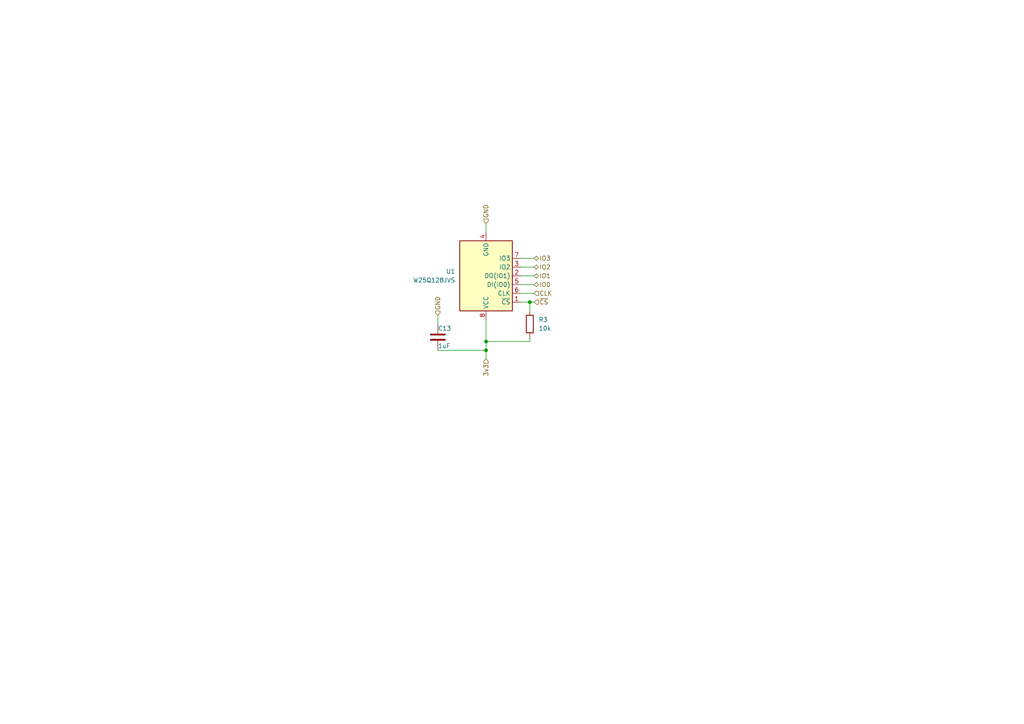
<source format=kicad_sch>
(kicad_sch (version 20230121) (generator eeschema)
  (paper "A4")
  (lib_symbols
    (symbol "Device:C" (pin_numbers hide) (pin_names (offset 0.254))
      (property "Reference" "C" (at 0.635 2.54 0))
      (property "Value" "C" (at 0.635 -2.54 0))
      (symbol "C_0_1"
        (polyline (pts (xy -2.032 -0.762) (xy 2.032 -0.762)) (stroke (width 0.508)))
        (polyline (pts (xy -2.032 0.762) (xy 2.032 0.762)) (stroke (width 0.508)))
      )
      (symbol "C_1_1"
        (pin passive line (at 0 3.81 270) (length 2.794) (name "~") (number "1"))
        (pin passive line (at 0 -3.81 90) (length 2.794) (name "~") (number "2"))
      )
    )
    (symbol "Device:R" (pin_numbers hide) (pin_names (offset 0))
      (property "Reference" "R" (at 2.032 0 90))
      (property "Value" "R" (at 0 0 90))
      (symbol "R_0_1"
        (rectangle (start -1.016 -2.54) (end 1.016 2.54) (stroke (width 0.254)))
      )
      (symbol "R_1_1"
        (pin passive line (at 0 3.81 270) (length 1.27) (name "~") (number "1"))
        (pin passive line (at 0 -3.81 90) (length 1.27) (name "~") (number "2"))
      )
    )
    (symbol "Memory_Flash:W25Q128JVS"
      (property "Reference" "U" (at -8.89 8.89 0))
      (property "Value" "W25Q128JVS" (at 7.62 8.89 0))
      (symbol "W25Q128JVS_0_1"
        (rectangle (start -7.62 10.16) (end 7.62 -10.16) (stroke (width 0.254)) (fill (type background)))
      )
      (symbol "W25Q128JVS_1_1"
        (pin input line (at -10.16 7.62 0) (length 2.54) (name "~{CS}") (number "1"))
        (pin bidirectional line (at -10.16 0 0) (length 2.54) (name "DO(IO1)") (number "2"))
        (pin bidirectional line (at -10.16 -2.54 0) (length 2.54) (name "IO2") (number "3"))
        (pin power_in line (at 0 -12.7 90) (length 2.54) (name "GND") (number "4"))
        (pin bidirectional line (at -10.16 2.54 0) (length 2.54) (name "DI(IO0)") (number "5"))
        (pin input line (at -10.16 5.08 0) (length 2.54) (name "CLK") (number "6"))
        (pin bidirectional line (at -10.16 -5.08 0) (length 2.54) (name "IO3") (number "7"))
        (pin power_in line (at 0 12.7 270) (length 2.54) (name "VCC") (number "8"))
      )
    )
  )
  (junction (at 140.97 101.6))
  (junction (at 140.97 99.06))
  (junction (at 153.67 87.63))
  (wire (pts (xy 151.13 85.09) (xy 154.94 85.09)))
  (wire (pts (xy 153.67 99.06) (xy 140.97 99.06)))
  (wire (pts (xy 151.13 74.93) (xy 154.94 74.93)))
  (wire (pts (xy 151.13 82.55) (xy 154.94 82.55)))
  (wire (pts (xy 140.97 99.06) (xy 140.97 101.6)))
  (wire (pts (xy 127 91.44) (xy 127 93.98)))
  (wire (pts (xy 151.13 77.47) (xy 154.94 77.47)))
  (wire (pts (xy 140.97 64.77) (xy 140.97 67.31)))
  (wire (pts (xy 151.13 80.01) (xy 154.94 80.01)))
  (wire (pts (xy 153.67 97.79) (xy 153.67 99.06)))
  (wire (pts (xy 153.67 87.63) (xy 154.94 87.63)))
  (wire (pts (xy 140.97 101.6) (xy 140.97 104.14)))
  (wire (pts (xy 153.67 87.63) (xy 153.67 90.17)))
  (wire (pts (xy 151.13 87.63) (xy 153.67 87.63)))
  (wire (pts (xy 127 101.6) (xy 140.97 101.6)))
  (wire (pts (xy 140.97 99.06) (xy 140.97 92.71)))
  (hierarchical_label "GND" (shape input) (at 140.97 64.77 90))
  (hierarchical_label "CLK" (shape input) (at 154.94 85.09 0))
  (hierarchical_label "GND" (shape input) (at 127 91.44 90))
  (hierarchical_label "IO2" (shape bidirectional) (at 154.94 77.47 0))
  (hierarchical_label "IO0" (shape bidirectional) (at 154.94 82.55 0))
  (hierarchical_label "IO1" (shape bidirectional) (at 154.94 80.01 0))
  (hierarchical_label "IO3" (shape bidirectional) (at 154.94 74.93 0))
  (hierarchical_label "~{CS}" (shape input) (at 154.94 87.63 0))
  (hierarchical_label "3v3" (shape input) (at 140.97 104.14 270))
  (symbol (lib_id "Memory_Flash:W25Q128JVS") (at 140.97 80.01 180) (unit 1)
    (property "Reference" "U1" (at 132.08 78.74 0) (effects (justify left)))
    (property "Value" "W25Q128JVS" (at 132.08 81.28 0) (effects (justify left)))
    (property "Footprint" "Package_SO:SOIC-8_5.23x5.23mm_P1.27mm" (effects hide))
    (property "Datasheet" "http://www.winbond.com/resource-files/w25q128jv_dtr%20revc%2003272018%20plus.pdf" (effects hide))
    (instances (project "ROSE-PILK_v1" (path "" (reference "U1") (unit 1))) (project "RP2040" (path "" (reference "U3") (unit 1)) (path "" (reference "U3") (unit 1))))
  )
  (symbol (lib_id "Device:C") (at 127 97.79 0) (unit 1)
    (property "Reference" "C13" (at 127 95.25 0) (effects (justify left)))
    (property "Value" "1uF" (at 127 100.33 0) (effects (justify left)))
    (property "Footprint" "Capacitor_THT:CP_Axial_L10.0mm_D4.5mm_P15.00mm_Horizontal" (effects hide))
    (instances (project "RealP2040" (path "" (reference "C13") (unit 1))) (project "ROSE-PILK_v1" (path "" (reference "C5") (unit 1))) (project "RP2040" (path "" (reference "C13") (unit 1)) (path "" (reference "C15") (unit 1))))
  )
  (symbol (lib_id "Device:R") (at 153.67 93.98 0) (unit 1)
    (property "Reference" "R3" (at 156.21 92.71 0) (effects (justify left)))
    (property "Value" "10k" (at 156.21 95.25 0) (effects (justify left)))
    (property "Footprint" "Resistor_THT:R_Axial_DIN0207_L6.3mm_D2.5mm_P10.16mm_Horizontal" (effects hide))
    (instances (project "ROSE-PILK_v1" (path "" (reference "R3") (unit 1))) (project "RP2040" (path "" (reference "R10") (unit 1)) (path "" (reference "R10") (unit 1))))
  )
)
</source>
